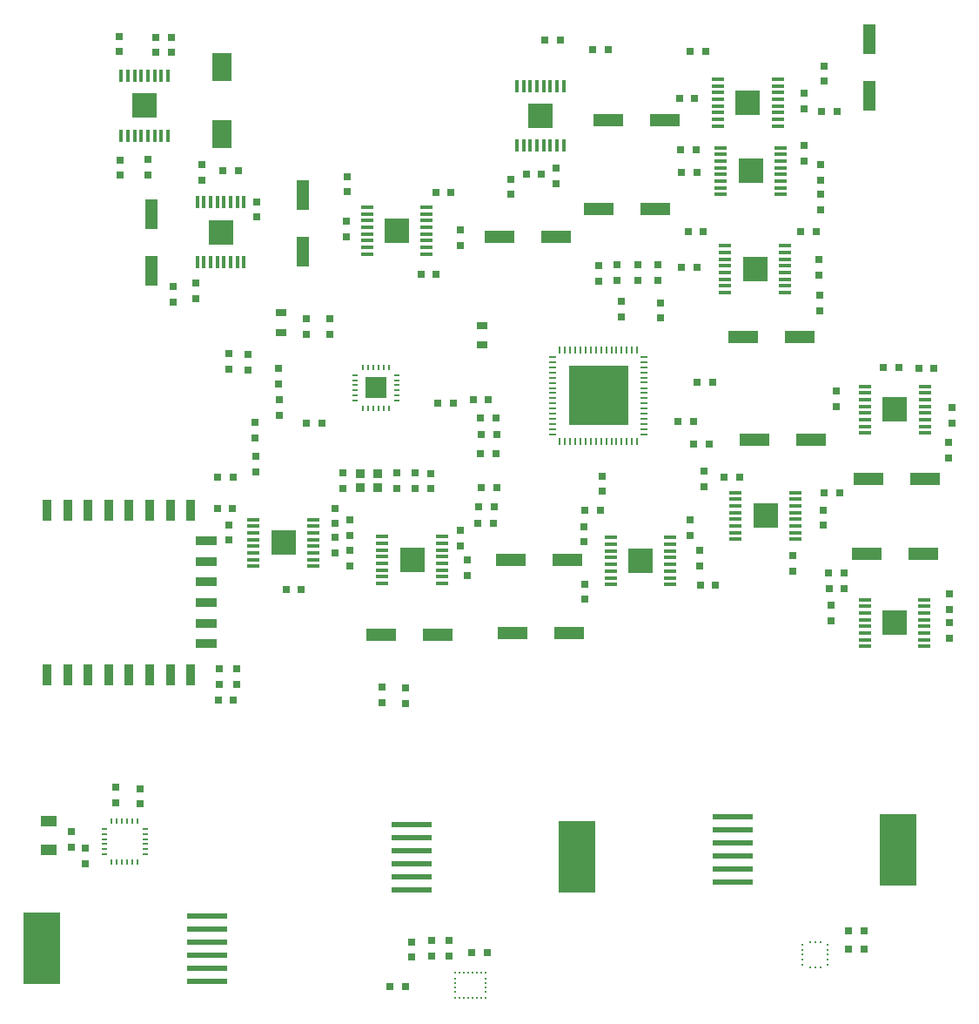
<source format=gtp>
G04 #@! TF.FileFunction,Paste,Top*
%FSLAX46Y46*%
G04 Gerber Fmt 4.6, Leading zero omitted, Abs format (unit mm)*
G04 Created by KiCad (PCBNEW 4.0.6-e0-6349~53~ubuntu16.04.1) date Sat Aug  5 15:09:54 2017*
%MOMM*%
%LPD*%
G01*
G04 APERTURE LIST*
%ADD10C,0.150000*%
%ADD11R,0.800608X0.719328*%
%ADD12R,0.800000X0.720000*%
%ADD13R,0.719328X0.800608*%
%ADD14R,0.720000X0.800000*%
%ADD15R,1.920240X2.800096*%
%ADD16R,1.117600X0.711200*%
%ADD17R,1.999488X1.999488*%
%ADD18O,0.199136X0.640080*%
%ADD19O,0.640080X0.199136*%
%ADD20R,0.200000X0.680000*%
%ADD21R,0.680000X0.200000*%
%ADD22R,5.720000X5.720000*%
%ADD23R,0.960000X0.880000*%
%ADD24R,0.800000X0.640000*%
%ADD25R,2.080000X0.880000*%
%ADD26R,0.880000X2.080000*%
%ADD27R,1.280160X2.879344*%
%ADD28R,2.879344X1.280160*%
%ADD29R,4.000000X0.608000*%
%ADD30R,3.600000X7.040000*%
%ADD31R,1.600000X1.000000*%
%ADD32R,0.200000X0.280000*%
%ADD33R,0.280000X0.200000*%
%ADD34R,2.400000X2.400000*%
%ADD35R,1.200000X0.360000*%
%ADD36R,0.360000X1.200000*%
G04 APERTURE END LIST*
D10*
D11*
X132300000Y-99251840D03*
D12*
X132300000Y-97748160D03*
D11*
X130800000Y-99201840D03*
D12*
X130800000Y-97698160D03*
D11*
X129000000Y-99201840D03*
D12*
X129000000Y-97698160D03*
D11*
X123750000Y-99201840D03*
D12*
X123750000Y-97698160D03*
D11*
X122500000Y-82748160D03*
D12*
X122500000Y-84251840D03*
D13*
X113601840Y-68350000D03*
D14*
X112098160Y-68350000D03*
D11*
X129890000Y-120101840D03*
D12*
X129890000Y-118598160D03*
D11*
X149000000Y-99501840D03*
D12*
X149000000Y-97998160D03*
D13*
X156368160Y-92710000D03*
D14*
X157871840Y-92710000D03*
D13*
X136448160Y-90600000D03*
D14*
X137951840Y-90600000D03*
D13*
X159751840Y-88900000D03*
D14*
X158248160Y-88900000D03*
D15*
X112000000Y-58248800D03*
X112000000Y-64751200D03*
D16*
X137300000Y-85252500D03*
X137300000Y-83347500D03*
D11*
X120200000Y-82748160D03*
D12*
X120200000Y-84251840D03*
D13*
X134551840Y-90900000D03*
D14*
X133048160Y-90900000D03*
D11*
X154700000Y-81148160D03*
D12*
X154700000Y-82651840D03*
D11*
X148700000Y-77548160D03*
D12*
X148700000Y-79051840D03*
D11*
X154400000Y-78951840D03*
D12*
X154400000Y-77448160D03*
D11*
X150900000Y-81048160D03*
D12*
X150900000Y-82551840D03*
D11*
X124100000Y-73223160D03*
D12*
X124100000Y-74726840D03*
D11*
X110100000Y-69226840D03*
D12*
X110100000Y-67723160D03*
D11*
X107125000Y-55323160D03*
D12*
X107125000Y-56826840D03*
D13*
X141623160Y-68625000D03*
D14*
X143126840Y-68625000D03*
D11*
X124225000Y-70376840D03*
D12*
X124225000Y-68873160D03*
D11*
X105575000Y-56826840D03*
D12*
X105575000Y-55323160D03*
D11*
X144575000Y-68048160D03*
D12*
X144575000Y-69551840D03*
D11*
X115450000Y-72826840D03*
D12*
X115450000Y-71323160D03*
D13*
X132823160Y-70400000D03*
D14*
X134326840Y-70400000D03*
D11*
X102000000Y-56751840D03*
D12*
X102000000Y-55248160D03*
D11*
X140150000Y-70626840D03*
D12*
X140150000Y-69123160D03*
D11*
X168650000Y-62301840D03*
D12*
X168650000Y-60798160D03*
D11*
X170250000Y-69251840D03*
D12*
X170250000Y-67748160D03*
D11*
X170100000Y-78476840D03*
D12*
X170100000Y-76973160D03*
D11*
X170650000Y-58123160D03*
D12*
X170650000Y-59626840D03*
D11*
X168625000Y-67351840D03*
D12*
X168625000Y-65848160D03*
D11*
X171800000Y-89723160D03*
D12*
X171800000Y-91226840D03*
D13*
X168348160Y-74200000D03*
D14*
X169851840Y-74200000D03*
D13*
X176378160Y-87480000D03*
D14*
X177881840Y-87480000D03*
D13*
X171901840Y-62575000D03*
D14*
X170398160Y-62575000D03*
D11*
X170250000Y-70598160D03*
D12*
X170250000Y-72101840D03*
D11*
X170150000Y-81926840D03*
D12*
X170150000Y-80423160D03*
D13*
X181311840Y-87500000D03*
D14*
X179808160Y-87500000D03*
D11*
X182830000Y-113781840D03*
D12*
X182830000Y-112278160D03*
D11*
X170550000Y-102801840D03*
D12*
X170550000Y-101298160D03*
D11*
X158500000Y-106751840D03*
D12*
X158500000Y-105248160D03*
D11*
X182790000Y-110981840D03*
D12*
X182790000Y-109478160D03*
D11*
X135900000Y-107651840D03*
D12*
X135900000Y-106148160D03*
D13*
X170638160Y-99670000D03*
D14*
X172141840Y-99670000D03*
D11*
X157540000Y-103801840D03*
D12*
X157540000Y-102298160D03*
D11*
X135200000Y-104776840D03*
D12*
X135200000Y-103273160D03*
D13*
X171068160Y-107420000D03*
D14*
X172571840Y-107420000D03*
D11*
X167580000Y-107271840D03*
D12*
X167580000Y-105768160D03*
D13*
X160051840Y-108590000D03*
D14*
X158548160Y-108590000D03*
D11*
X147360000Y-109991840D03*
D12*
X147360000Y-108488160D03*
D16*
X117800000Y-82147500D03*
X117800000Y-84052500D03*
D13*
X138751840Y-99150000D03*
X137248160Y-99150000D03*
X138501840Y-101000000D03*
X136998160Y-101000000D03*
X138451840Y-102600000D03*
X136948160Y-102600000D03*
X120273160Y-92900000D03*
X121776840Y-92900000D03*
X157898160Y-94910000D03*
X159401840Y-94910000D03*
X138651840Y-92400000D03*
X137148160Y-92400000D03*
X138751840Y-94000000D03*
X137248160Y-94000000D03*
X138651840Y-95800000D03*
X137148160Y-95800000D03*
D11*
X117560000Y-89031840D03*
X117560000Y-87528160D03*
X117580000Y-90588160D03*
X117580000Y-92091840D03*
X115280000Y-94321840D03*
X115280000Y-92818160D03*
X115330000Y-96068160D03*
X115330000Y-97571840D03*
D13*
X113101840Y-98150000D03*
X111598160Y-98150000D03*
D11*
X127640000Y-118528160D03*
X127640000Y-120031840D03*
X112700000Y-87626840D03*
X112700000Y-86123160D03*
X114550000Y-86173160D03*
X114550000Y-87676840D03*
X109500000Y-80751840D03*
X109500000Y-79248160D03*
X135225000Y-74098160D03*
X135225000Y-75601840D03*
D13*
X143423160Y-55625000D03*
X144926840Y-55625000D03*
D11*
X107250000Y-79573160D03*
X107250000Y-81076840D03*
D13*
X131373160Y-78375000D03*
X132876840Y-78375000D03*
D11*
X104825000Y-67248160D03*
X104825000Y-68751840D03*
D13*
X148073160Y-56550000D03*
X149576840Y-56550000D03*
X158026840Y-61275000D03*
X156523160Y-61275000D03*
X158251840Y-68450000D03*
X156748160Y-68450000D03*
D11*
X102075000Y-67273160D03*
X102075000Y-68776840D03*
D13*
X158251840Y-77675000D03*
X156748160Y-77675000D03*
D11*
X183025000Y-91373160D03*
X183025000Y-92876840D03*
D13*
X159076840Y-56675000D03*
X157573160Y-56675000D03*
X156673160Y-66300000D03*
X158176840Y-66300000D03*
X158876840Y-74275000D03*
X157373160Y-74275000D03*
D11*
X182725000Y-96251840D03*
X182725000Y-94748160D03*
X171260000Y-112101840D03*
X171260000Y-110598160D03*
X158940000Y-99031840D03*
X158940000Y-97528160D03*
X147280000Y-104411840D03*
X147280000Y-102908160D03*
X124500000Y-106751840D03*
X124500000Y-105248160D03*
D13*
X172581840Y-108980000D03*
X171078160Y-108980000D03*
X162401840Y-98100000D03*
X160898160Y-98100000D03*
X148841840Y-101330000D03*
X147338160Y-101330000D03*
D11*
X124500000Y-102248160D03*
X124500000Y-103751840D03*
D17*
X127010000Y-89430000D03*
D18*
X125760320Y-91428980D03*
X126260700Y-91428980D03*
X126761080Y-91428980D03*
X127258920Y-91428980D03*
X127759300Y-91428980D03*
X128259680Y-91428980D03*
D19*
X129008980Y-90679680D03*
X129008980Y-90179300D03*
X129008980Y-89678920D03*
X129008980Y-89181080D03*
X129008980Y-88680700D03*
X129008980Y-88180320D03*
D18*
X128259680Y-87431020D03*
X127759300Y-87431020D03*
X127258920Y-87431020D03*
X126761080Y-87431020D03*
X126260700Y-87431020D03*
X125760320Y-87431020D03*
D19*
X125011020Y-88180320D03*
X125011020Y-88680700D03*
X125011020Y-89181080D03*
X125011020Y-89678920D03*
X125011020Y-90179300D03*
X125011020Y-90679680D03*
D20*
X151910000Y-94640000D03*
X152410000Y-94640000D03*
X148910000Y-94640000D03*
X149410000Y-94640000D03*
X150410000Y-94640000D03*
X149910000Y-94640000D03*
X151410000Y-94640000D03*
X150910000Y-94640000D03*
X146910000Y-94640000D03*
X147410000Y-94640000D03*
X148410000Y-94640000D03*
X147910000Y-94640000D03*
X145910000Y-94640000D03*
X146410000Y-94640000D03*
X145410000Y-94640000D03*
X144910000Y-94640000D03*
D21*
X144210000Y-93940000D03*
X144210000Y-93440000D03*
X144210000Y-92440000D03*
X144210000Y-92940000D03*
X144210000Y-90940000D03*
X144210000Y-90440000D03*
X144210000Y-91440000D03*
X144210000Y-91940000D03*
X144210000Y-87940000D03*
X144210000Y-87440000D03*
X144210000Y-88940000D03*
X144210000Y-88440000D03*
X144210000Y-89440000D03*
X144210000Y-89940000D03*
X144210000Y-86440000D03*
X144210000Y-86940000D03*
D20*
X144910000Y-85740000D03*
X145410000Y-85740000D03*
X146410000Y-85740000D03*
X145910000Y-85740000D03*
X147910000Y-85740000D03*
X148410000Y-85740000D03*
X147410000Y-85740000D03*
X146910000Y-85740000D03*
X150910000Y-85740000D03*
X151410000Y-85740000D03*
X149910000Y-85740000D03*
X150410000Y-85740000D03*
X149410000Y-85740000D03*
X148910000Y-85740000D03*
X152410000Y-85740000D03*
X151910000Y-85740000D03*
D21*
X153110000Y-86940000D03*
X153110000Y-86440000D03*
X153110000Y-89940000D03*
X153110000Y-89440000D03*
X153110000Y-88440000D03*
X153110000Y-88920000D03*
X153110000Y-87440000D03*
X153110000Y-87940000D03*
X153110000Y-91940000D03*
X153110000Y-91440000D03*
X153110000Y-90440000D03*
X153110000Y-90940000D03*
X153110000Y-92940000D03*
X153110000Y-92440000D03*
X153110000Y-93440000D03*
X153110000Y-93940000D03*
D22*
X148660000Y-90190000D03*
D23*
X127150000Y-97750000D03*
X125450000Y-97750000D03*
X127150000Y-99150000D03*
X125450000Y-99150000D03*
D24*
X150500000Y-78950000D03*
X152500000Y-78950000D03*
X150500000Y-77450000D03*
X152500000Y-77450000D03*
D25*
X110500000Y-104300000D03*
X110500000Y-106300000D03*
X110500000Y-108300000D03*
X110500000Y-114300000D03*
X110500000Y-112300000D03*
X110500000Y-110300000D03*
D26*
X95000000Y-101300000D03*
X97000000Y-101300000D03*
X101000000Y-101300000D03*
X99000000Y-101300000D03*
X107000000Y-101300000D03*
X109000000Y-101300000D03*
X105000000Y-101300000D03*
X103000000Y-101300000D03*
X103000000Y-117300000D03*
X105000000Y-117300000D03*
X109000000Y-117300000D03*
X107000000Y-117300000D03*
X99000000Y-117300000D03*
X101000000Y-117300000D03*
X97000000Y-117300000D03*
X95000000Y-117300000D03*
D13*
X111648160Y-119800000D03*
D14*
X113151840Y-119800000D03*
D11*
X111775000Y-118276840D03*
D12*
X111775000Y-116773160D03*
D11*
X113500000Y-116748160D03*
X113500000Y-118251840D03*
X123050000Y-105476840D03*
D12*
X123050000Y-103973160D03*
D11*
X123050000Y-102626840D03*
D12*
X123050000Y-101123160D03*
D13*
X118248160Y-109000000D03*
D14*
X119751840Y-109000000D03*
D11*
X112675000Y-104251840D03*
X112675000Y-102748160D03*
D13*
X113076840Y-101175000D03*
X111573160Y-101175000D03*
D27*
X105175000Y-72549180D03*
X105175000Y-78050820D03*
D28*
X133050820Y-113400000D03*
X127549180Y-113400000D03*
D27*
X119900000Y-70674180D03*
X119900000Y-76175820D03*
D28*
X139049180Y-74775000D03*
X144550820Y-74775000D03*
X149599180Y-63400000D03*
X155100820Y-63400000D03*
D27*
X175050000Y-55524180D03*
X175050000Y-61025820D03*
D28*
X154225820Y-72050000D03*
X148724180Y-72050000D03*
X168250820Y-84500000D03*
X162749180Y-84500000D03*
X180400820Y-98325000D03*
X174899180Y-98325000D03*
X180280820Y-105590000D03*
X174779180Y-105590000D03*
X163859180Y-94490000D03*
X169360820Y-94490000D03*
X145660820Y-106140000D03*
X140159180Y-106140000D03*
X145780820Y-113310000D03*
X140279180Y-113310000D03*
D29*
X110550000Y-147125000D03*
X110550000Y-144585000D03*
X110550000Y-142045000D03*
X110550000Y-143315000D03*
X110550000Y-140775000D03*
X110550000Y-145855000D03*
D30*
X94500000Y-143950000D03*
D19*
X104548980Y-134799680D03*
X104548980Y-134299300D03*
X104548980Y-133798920D03*
X104548980Y-133301080D03*
X104548980Y-132800700D03*
X104548980Y-132300320D03*
D18*
X103799680Y-131551020D03*
X103299300Y-131551020D03*
X102798920Y-131551020D03*
X102301080Y-131551020D03*
X101800700Y-131551020D03*
X101300320Y-131551020D03*
D19*
X100551020Y-132300320D03*
X100551020Y-132800700D03*
X100551020Y-133301080D03*
X100551020Y-133798920D03*
X100551020Y-134299300D03*
X100551020Y-134799680D03*
D18*
X101300320Y-135548980D03*
X101800700Y-135548980D03*
X102301080Y-135548980D03*
X102798920Y-135548980D03*
X103299300Y-135548980D03*
X103799680Y-135548980D03*
D11*
X104050000Y-128398160D03*
D12*
X104050000Y-129901840D03*
D11*
X98750000Y-134198160D03*
D12*
X98750000Y-135701840D03*
D11*
X101650000Y-128298160D03*
D12*
X101650000Y-129801840D03*
D11*
X97350000Y-134101840D03*
D12*
X97350000Y-132598160D03*
D31*
X95150000Y-131575000D03*
X95150000Y-134325000D03*
D29*
X130500000Y-131875000D03*
X130500000Y-134415000D03*
X130500000Y-136955000D03*
X130500000Y-135685000D03*
X130500000Y-138225000D03*
X130500000Y-133145000D03*
D30*
X146550000Y-135050000D03*
D32*
X137705000Y-146325000D03*
X134695000Y-146300000D03*
X137705000Y-148775000D03*
X134695000Y-148775000D03*
X136415000Y-148775000D03*
X137275000Y-148775000D03*
X136845000Y-148775000D03*
X137275000Y-146325000D03*
D33*
X137675000Y-148195000D03*
X137675000Y-147765000D03*
D32*
X136415000Y-146325000D03*
X136845000Y-146325000D03*
X135125000Y-146300000D03*
D33*
X134725000Y-148195000D03*
X134725000Y-146905000D03*
D32*
X135555000Y-146325000D03*
D33*
X134725000Y-147335000D03*
X134725000Y-147765000D03*
X137675000Y-146905000D03*
X137675000Y-147335000D03*
D32*
X135985000Y-146325000D03*
X135555000Y-148775000D03*
X135985000Y-148775000D03*
X135125000Y-148775000D03*
D13*
X137851840Y-144350000D03*
D14*
X136348160Y-144350000D03*
D11*
X134100000Y-144701840D03*
D12*
X134100000Y-143198160D03*
D11*
X130500000Y-143298160D03*
D12*
X130500000Y-144801840D03*
D13*
X128348160Y-147650000D03*
D14*
X129851840Y-147650000D03*
D11*
X132400000Y-144701840D03*
D12*
X132400000Y-143198160D03*
D29*
X161750000Y-131175000D03*
X161750000Y-133715000D03*
X161750000Y-136255000D03*
X161750000Y-134985000D03*
X161750000Y-137525000D03*
X161750000Y-132445000D03*
D30*
X177800000Y-134350000D03*
D33*
X170975000Y-145550000D03*
X170975000Y-145050000D03*
D32*
X170250000Y-143325000D03*
D33*
X170975000Y-143550000D03*
X168525000Y-143550000D03*
X168525000Y-145550000D03*
X168525000Y-144050000D03*
D32*
X169250000Y-143325000D03*
D33*
X168525000Y-144550000D03*
X168525000Y-145050000D03*
X170975000Y-144050000D03*
X170975000Y-144550000D03*
D32*
X169750000Y-143325000D03*
X169750000Y-145775000D03*
X170250000Y-145775000D03*
X169250000Y-145775000D03*
D13*
X174501840Y-144000000D03*
D14*
X172998160Y-144000000D03*
D13*
X174501840Y-142250000D03*
D14*
X172998160Y-142250000D03*
D34*
X118000000Y-104500000D03*
D35*
X120900000Y-102875000D03*
X120900000Y-102225000D03*
X120900000Y-103525000D03*
X120900000Y-104175000D03*
X120900000Y-106775000D03*
X120900000Y-106125000D03*
X120900000Y-104825000D03*
X120900000Y-105475000D03*
X115100000Y-105475000D03*
X115100000Y-104825000D03*
X115100000Y-106125000D03*
X115100000Y-106775000D03*
X115100000Y-104175000D03*
X115100000Y-103525000D03*
X115100000Y-102225000D03*
X115100000Y-102875000D03*
D34*
X130525000Y-106175000D03*
D35*
X133425000Y-104550000D03*
X133425000Y-103900000D03*
X133425000Y-105200000D03*
X133425000Y-105850000D03*
X133425000Y-108450000D03*
X133425000Y-107800000D03*
X133425000Y-106500000D03*
X133425000Y-107150000D03*
X127625000Y-107150000D03*
X127625000Y-106500000D03*
X127625000Y-107800000D03*
X127625000Y-108450000D03*
X127625000Y-105850000D03*
X127625000Y-105200000D03*
X127625000Y-103900000D03*
X127625000Y-104550000D03*
D34*
X152750000Y-106270000D03*
D35*
X155650000Y-104645000D03*
X155650000Y-103995000D03*
X155650000Y-105295000D03*
X155650000Y-105945000D03*
X155650000Y-108545000D03*
X155650000Y-107895000D03*
X155650000Y-106595000D03*
X155650000Y-107245000D03*
X149850000Y-107245000D03*
X149850000Y-106595000D03*
X149850000Y-107895000D03*
X149850000Y-108545000D03*
X149850000Y-105945000D03*
X149850000Y-105295000D03*
X149850000Y-103995000D03*
X149850000Y-104645000D03*
D34*
X164900000Y-101880000D03*
D35*
X167800000Y-100255000D03*
X167800000Y-99605000D03*
X167800000Y-100905000D03*
X167800000Y-101555000D03*
X167800000Y-104155000D03*
X167800000Y-103505000D03*
X167800000Y-102205000D03*
X167800000Y-102855000D03*
X162000000Y-102855000D03*
X162000000Y-102205000D03*
X162000000Y-103505000D03*
X162000000Y-104155000D03*
X162000000Y-101555000D03*
X162000000Y-100905000D03*
X162000000Y-99605000D03*
X162000000Y-100255000D03*
D34*
X177450000Y-112290000D03*
D35*
X180350000Y-110665000D03*
X180350000Y-110015000D03*
X180350000Y-111315000D03*
X180350000Y-111965000D03*
X180350000Y-114565000D03*
X180350000Y-113915000D03*
X180350000Y-112615000D03*
X180350000Y-113265000D03*
X174550000Y-113265000D03*
X174550000Y-112615000D03*
X174550000Y-113915000D03*
X174550000Y-114565000D03*
X174550000Y-111965000D03*
X174550000Y-111315000D03*
X174550000Y-110015000D03*
X174550000Y-110665000D03*
D34*
X177500000Y-91550000D03*
D35*
X174600000Y-93175000D03*
X174600000Y-93825000D03*
X174600000Y-92525000D03*
X174600000Y-91875000D03*
X174600000Y-89275000D03*
X174600000Y-89925000D03*
X174600000Y-91225000D03*
X174600000Y-90575000D03*
X180400000Y-90575000D03*
X180400000Y-91225000D03*
X180400000Y-89925000D03*
X180400000Y-89275000D03*
X180400000Y-91875000D03*
X180400000Y-92525000D03*
X180400000Y-93825000D03*
X180400000Y-93175000D03*
D34*
X163900000Y-77900000D03*
D35*
X166800000Y-76275000D03*
X166800000Y-75625000D03*
X166800000Y-76925000D03*
X166800000Y-77575000D03*
X166800000Y-80175000D03*
X166800000Y-79525000D03*
X166800000Y-78225000D03*
X166800000Y-78875000D03*
X161000000Y-78875000D03*
X161000000Y-78225000D03*
X161000000Y-79525000D03*
X161000000Y-80175000D03*
X161000000Y-77575000D03*
X161000000Y-76925000D03*
X161000000Y-75625000D03*
X161000000Y-76275000D03*
D34*
X163475000Y-68350000D03*
D35*
X166375000Y-66725000D03*
X166375000Y-66075000D03*
X166375000Y-67375000D03*
X166375000Y-68025000D03*
X166375000Y-70625000D03*
X166375000Y-69975000D03*
X166375000Y-68675000D03*
X166375000Y-69325000D03*
X160575000Y-69325000D03*
X160575000Y-68675000D03*
X160575000Y-69975000D03*
X160575000Y-70625000D03*
X160575000Y-68025000D03*
X160575000Y-67375000D03*
X160575000Y-66075000D03*
X160575000Y-66725000D03*
D34*
X163200000Y-61700000D03*
D35*
X166100000Y-60075000D03*
X166100000Y-59425000D03*
X166100000Y-60725000D03*
X166100000Y-61375000D03*
X166100000Y-63975000D03*
X166100000Y-63325000D03*
X166100000Y-62025000D03*
X166100000Y-62675000D03*
X160300000Y-62675000D03*
X160300000Y-62025000D03*
X160300000Y-63325000D03*
X160300000Y-63975000D03*
X160300000Y-61375000D03*
X160300000Y-60725000D03*
X160300000Y-59425000D03*
X160300000Y-60075000D03*
D34*
X143000000Y-63000000D03*
D36*
X144625000Y-65900000D03*
X145275000Y-65900000D03*
X143975000Y-65900000D03*
X143325000Y-65900000D03*
X140725000Y-65900000D03*
X141375000Y-65900000D03*
X142675000Y-65900000D03*
X142025000Y-65900000D03*
X142025000Y-60100000D03*
X142675000Y-60100000D03*
X141375000Y-60100000D03*
X140725000Y-60100000D03*
X143325000Y-60100000D03*
X143975000Y-60100000D03*
X145275000Y-60100000D03*
X144625000Y-60100000D03*
D34*
X129025000Y-74150000D03*
D35*
X126125000Y-75775000D03*
X126125000Y-76425000D03*
X126125000Y-75125000D03*
X126125000Y-74475000D03*
X126125000Y-71875000D03*
X126125000Y-72525000D03*
X126125000Y-73825000D03*
X126125000Y-73175000D03*
X131925000Y-73175000D03*
X131925000Y-73825000D03*
X131925000Y-72525000D03*
X131925000Y-71875000D03*
X131925000Y-74475000D03*
X131925000Y-75125000D03*
X131925000Y-76425000D03*
X131925000Y-75775000D03*
D34*
X111900000Y-74300000D03*
D36*
X110275000Y-71400000D03*
X109625000Y-71400000D03*
X110925000Y-71400000D03*
X111575000Y-71400000D03*
X114175000Y-71400000D03*
X113525000Y-71400000D03*
X112225000Y-71400000D03*
X112875000Y-71400000D03*
X112875000Y-77200000D03*
X112225000Y-77200000D03*
X113525000Y-77200000D03*
X114175000Y-77200000D03*
X111575000Y-77200000D03*
X110925000Y-77200000D03*
X109625000Y-77200000D03*
X110275000Y-77200000D03*
D34*
X104500000Y-62000000D03*
D36*
X102875000Y-59100000D03*
X102225000Y-59100000D03*
X103525000Y-59100000D03*
X104175000Y-59100000D03*
X106775000Y-59100000D03*
X106125000Y-59100000D03*
X104825000Y-59100000D03*
X105475000Y-59100000D03*
X105475000Y-64900000D03*
X104825000Y-64900000D03*
X106125000Y-64900000D03*
X106775000Y-64900000D03*
X104175000Y-64900000D03*
X103525000Y-64900000D03*
X102225000Y-64900000D03*
X102875000Y-64900000D03*
M02*

</source>
